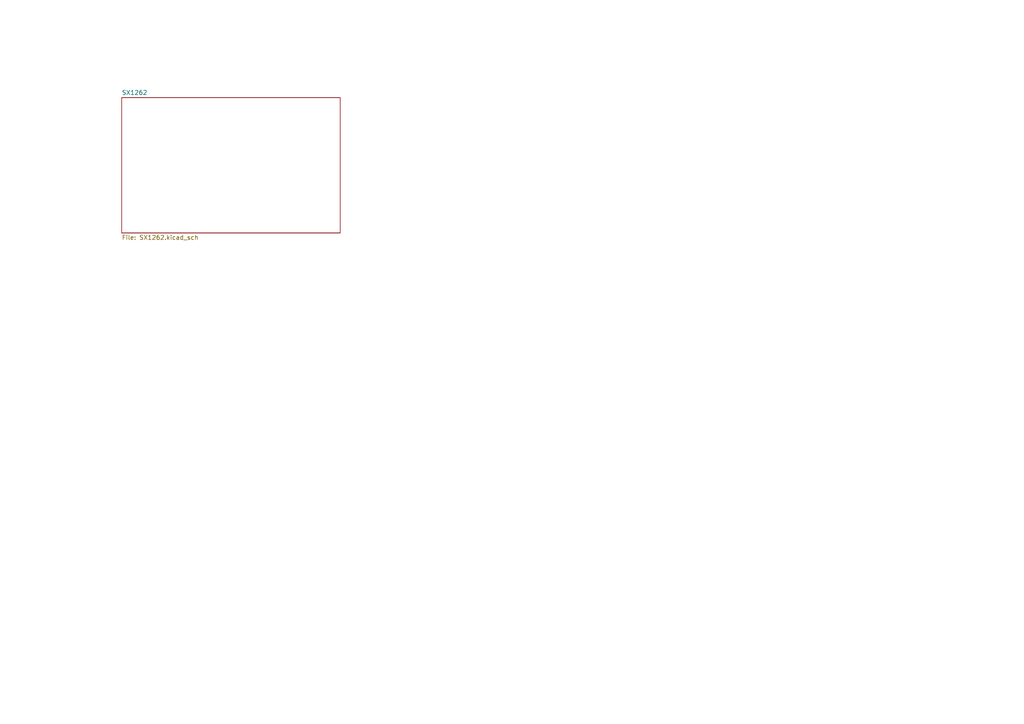
<source format=kicad_sch>
(kicad_sch (version 20211123) (generator eeschema)
  (paper "A4")
  (lib_symbols)
  (sheet (at 35.306 28.321) (size 63.373 39.243) (stroke (width 0.1524))
    (property "Sheet name" "SX1262" (at 35.306 27.6094 0) (effects (justify left bottom)))
    (property "Sheet file" "SX1262.kicad_sch" (at 35.306 68.1486 0) (effects (justify left top)))
  )
)
</source>
